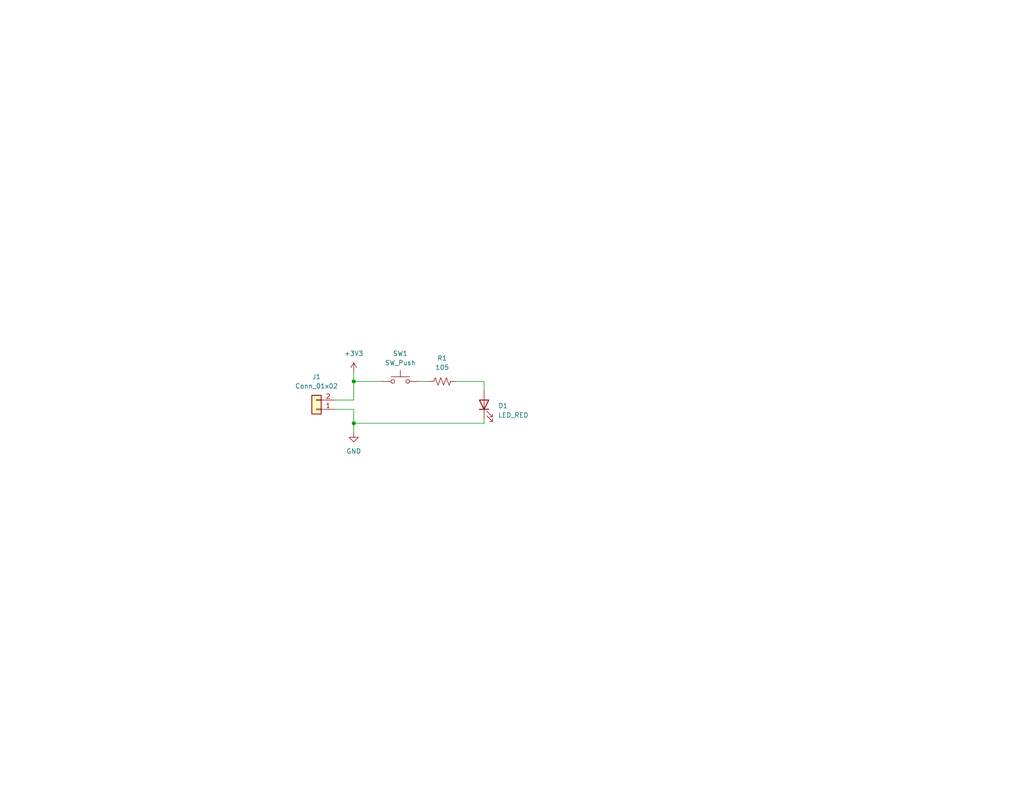
<source format=kicad_sch>
(kicad_sch (version 20231120) (generator "eeschema") (generator_version "8.0")
  (paper "USLetter")
  (title_block (title "LED Onboarding Project") (date "2024-09-14") (rev "1.0") (company "Illini Solar Car") (comment 1 "Designed By: Faraaz Shah") (comment 2 "Spread Love"))
  (lib_symbols
    (symbol "Connector_Generic:Conn_01x02" (pin_names (offset 1.016) hide)
      (property "Reference" "J" (at 0 2.54 0))
      (property "Value" "Conn_01x02" (at 0 -5.08 0))
      (symbol "Conn_01x02_1_1"
        (rectangle (start -1.27 -2.413) (end 0 -2.667) (stroke (width 0.1524)))
        (rectangle (start -1.27 0.127) (end 0 -0.127) (stroke (width 0.1524)))
        (rectangle (start -1.27 1.27) (end 1.27 -3.81) (stroke (width 0.254)) (fill (type background)))
        (pin passive line (at -5.08 0 0) (length 3.81) (name "Pin_1") (number "1"))
        (pin passive line (at -5.08 -2.54 0) (length 3.81) (name "Pin_2") (number "2"))
      )
    )
    (symbol "Device:LED" (pin_numbers hide) (pin_names (offset 1.016) hide)
      (property "Reference" "D" (at 0 2.54 0))
      (property "Value" "LED" (at 0 -2.54 0))
      (symbol "LED_0_1"
        (polyline (pts (xy -1.27 -1.27) (xy -1.27 1.27)) (stroke (width 0.254)))
        (polyline (pts (xy -1.27 0) (xy 1.27 0)))
        (polyline (pts (xy 1.27 -1.27) (xy 1.27 1.27) (xy -1.27 0) (xy 1.27 -1.27)) (stroke (width 0.254)))
        (polyline (pts (xy -3.048 -0.762) (xy -4.572 -2.286) (xy -3.81 -2.286) (xy -4.572 -2.286) (xy -4.572 -1.524)))
        (polyline (pts (xy -1.778 -0.762) (xy -3.302 -2.286) (xy -2.54 -2.286) (xy -3.302 -2.286) (xy -3.302 -1.524)))
      )
      (symbol "LED_1_1"
        (pin passive line (at -3.81 0 0) (length 2.54) (name "K") (number "1"))
        (pin passive line (at 3.81 0 180) (length 2.54) (name "A") (number "2"))
      )
    )
    (symbol "Device:R_US" (pin_numbers hide) (pin_names (offset 0))
      (property "Reference" "R" (at 2.54 0 90))
      (property "Value" "R_US" (at -2.54 0 90))
      (symbol "R_US_0_1"
        (polyline (pts (xy 0 -2.286) (xy 0 -2.54)))
        (polyline (pts (xy 0 2.286) (xy 0 2.54)))
        (polyline (pts (xy 0 -0.762) (xy 1.016 -1.143) (xy 0 -1.524) (xy -1.016 -1.905) (xy 0 -2.286)))
        (polyline (pts (xy 0 0.762) (xy 1.016 0.381) (xy 0 0) (xy -1.016 -0.381) (xy 0 -0.762)))
        (polyline (pts (xy 0 2.286) (xy 1.016 1.905) (xy 0 1.524) (xy -1.016 1.143) (xy 0 0.762)))
      )
      (symbol "R_US_1_1"
        (pin passive line (at 0 3.81 270) (length 1.27) (name "~") (number "1"))
        (pin passive line (at 0 -3.81 90) (length 1.27) (name "~") (number "2"))
      )
    )
    (symbol "Switch:SW_Push" (pin_numbers hide) (pin_names (offset 1.016) hide)
      (property "Reference" "SW" (at 1.27 2.54 0))
      (property "Value" "SW_Push" (at 0 -1.524 0))
      (symbol "SW_Push_0_1"
        (circle (center -2.032 0) (radius 0.508))
        (polyline (pts (xy 0 1.27) (xy 0 3.048)))
        (polyline (pts (xy 2.54 1.27) (xy -2.54 1.27)))
        (circle (center 2.032 0) (radius 0.508))
        (pin passive line (at -5.08 0 0) (length 2.54) (name "1") (number "1"))
        (pin passive line (at 5.08 0 180) (length 2.54) (name "2") (number "2"))
      )
    )
    (symbol "power:+3V3" (power) (pin_names (offset 0))
      (property "Value" "+3V3" (at 0 3.556 0))
      (symbol "+3V3_0_1"
        (polyline (pts (xy -0.762 1.27) (xy 0 2.54)))
        (polyline (pts (xy 0 0) (xy 0 2.54)))
        (polyline (pts (xy 0 2.54) (xy 0.762 1.27)))
      )
      (symbol "+3V3_1_1"
        (pin power_in line (at 0 0 90) (length 0) hide (name "+3V3") (number "1"))
      )
    )
    (symbol "power:GND" (power) (pin_names (offset 0))
      (property "Value" "GND" (at 0 -3.81 0))
      (symbol "GND_0_1"
        (polyline (pts (xy 0 0) (xy 0 -1.27) (xy 1.27 -1.27) (xy 0 -2.54) (xy -1.27 -1.27) (xy 0 -1.27)))
      )
      (symbol "GND_1_1"
        (pin power_in line (at 0 0 270) (length 0) hide (name "GND") (number "1"))
      )
    )
  )
  (junction (at 96.52 115.57))
  (junction (at 96.52 104.14))
  (wire (pts (xy 91.44 109.22) (xy 96.52 109.22)))
  (wire (pts (xy 96.52 118.11) (xy 96.52 115.57)))
  (wire (pts (xy 96.52 101.6) (xy 96.52 104.14)))
  (wire (pts (xy 132.08 114.3) (xy 132.08 115.57)))
  (wire (pts (xy 91.44 111.76) (xy 96.52 111.76)))
  (wire (pts (xy 96.52 104.14) (xy 96.52 109.22)))
  (wire (pts (xy 132.08 104.14) (xy 132.08 106.68)))
  (wire (pts (xy 96.52 115.57) (xy 96.52 111.76)))
  (wire (pts (xy 114.3 104.14) (xy 116.84 104.14)))
  (wire (pts (xy 124.46 104.14) (xy 132.08 104.14)))
  (wire (pts (xy 96.52 104.14) (xy 104.14 104.14)))
  (wire (pts (xy 96.52 115.57) (xy 132.08 115.57)))
  (symbol (lib_id "power:GND") (at 96.52 118.11 0) (unit 1)
    (property "Reference" "#PWR02" (effects (hide yes)))
    (property "Value" "GND" (at 96.52 123.19 0))
    (property "Description" "Power symbol creates a global label with name \"GND\" , ground" (effects (hide yes)))
  )
  (symbol (lib_id "Device:R_US") (at 120.65 104.14 90) (unit 1)
    (property "Reference" "R1" (at 120.65 97.79 90))
    (property "Value" "105" (at 120.65 100.33 90))
    (property "Footprint" "Resistor_SMD:R_0603_1608Metric_Pad0.98x0.95mm_HandSolder" (effects (hide yes)))
    (property "Description" "Resistor, US symbol" (effects (hide yes)))
  )
  (symbol (lib_id "Device:LED") (at 132.08 110.49 90) (unit 1)
    (property "Reference" "D1" (at 135.89 110.8074 90) (effects (justify right)))
    (property "Value" "LED_RED" (at 135.89 113.3474 90) (effects (justify right)))
    (property "Footprint" "layout:LED_0603_Symbol_on_F.SilkS" (effects (hide yes)))
    (property "Description" "Light emitting diode" (effects (hide yes)))
  )
  (symbol (lib_id "Switch:SW_Push") (at 109.22 104.14 0) (unit 1)
    (property "Reference" "SW1" (at 109.22 96.52 0))
    (property "Value" "SW_Push" (at 109.22 99.06 0))
    (property "Footprint" "Button_Switch_SMD:SW_DIP_SPSTx01_Slide_6.7x4.1mm_W8.61mm_P2.54mm_LowProfile" (effects (hide yes)))
    (property "Datasheet" "https://www.te.com/usa-en/product-1825910-6.datasheet.pdf" (effects (hide yes)))
    (property "Description" "Push button switch, generic, two pins" (effects (hide yes)))
    (property "MPN" "1825910-6" (effects (hide yes)))
  )
  (symbol (lib_id "power:+3V3") (at 96.52 101.6 0) (unit 1)
    (property "Reference" "#PWR01" (effects (hide yes)))
    (property "Value" "+3V3" (at 96.52 96.52 0))
    (property "Description" "Power symbol creates a global label with name \"+3V3\"" (effects (hide yes)))
  )
  (symbol (lib_id "Connector_Generic:Conn_01x02") (at 86.36 111.76 180) (unit 1)
    (property "Reference" "J1" (at 86.36 102.87 0))
    (property "Value" "Conn_01x02" (at 86.36 105.41 0))
    (property "Footprint" "Connector_Molex:Molex_KK-254_AE-6410-02A_1x02_P2.54mm_Vertical" (effects (hide yes)))
    (property "Datasheet" "https://www.molex.com/content/dam/molex/molex-dot-com/products/automated/en-us/salesdrawingpdf/641/6410/022272021_sd.pdf?inline" (effects (hide yes)))
    (property "Description" "Generic connector, single row, 01x02, script generated (kicad-library-utils/schlib/autogen/connector/)" (effects (hide yes)))
    (property "MPN" "022272021" (effects (hide yes)))
  )
)
</source>
